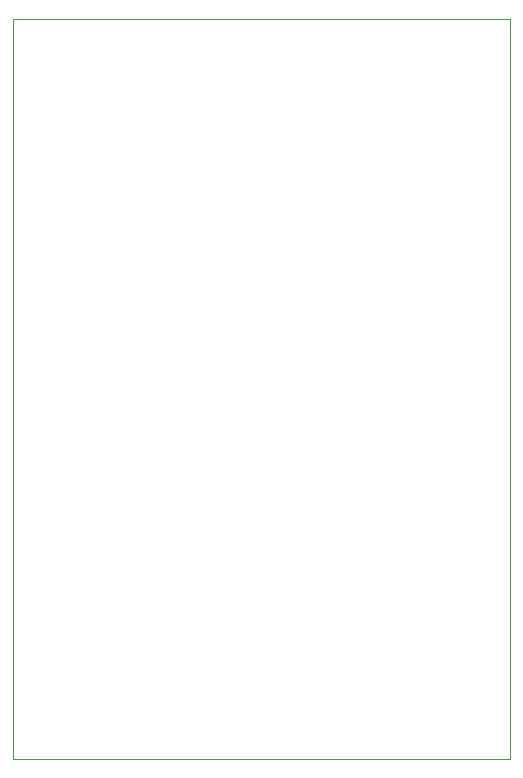
<source format=gbr>
%TF.GenerationSoftware,KiCad,Pcbnew,7.0.8*%
%TF.CreationDate,2023-11-13T12:09:03-08:00*%
%TF.ProjectId,411 PCB Arduino + Board Design,34313120-5043-4422-9041-726475696e6f,rev?*%
%TF.SameCoordinates,Original*%
%TF.FileFunction,Profile,NP*%
%FSLAX46Y46*%
G04 Gerber Fmt 4.6, Leading zero omitted, Abs format (unit mm)*
G04 Created by KiCad (PCBNEW 7.0.8) date 2023-11-13 12:09:03*
%MOMM*%
%LPD*%
G01*
G04 APERTURE LIST*
%TA.AperFunction,Profile*%
%ADD10C,0.100000*%
%TD*%
G04 APERTURE END LIST*
D10*
X138023600Y-53644800D02*
X180086000Y-53644800D01*
X180086000Y-116281200D01*
X138023600Y-116281200D01*
X138023600Y-53644800D01*
M02*

</source>
